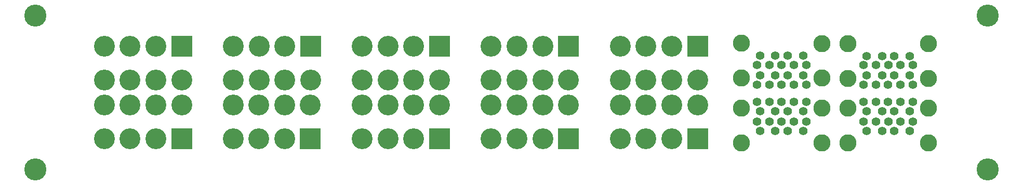
<source format=gbr>
G04 #@! TF.FileFunction,Soldermask,Top*
%FSLAX46Y46*%
G04 Gerber Fmt 4.6, Leading zero omitted, Abs format (unit mm)*
G04 Created by KiCad (PCBNEW 4.0.7) date 04/09/18 21:47:58*
%MOMM*%
%LPD*%
G01*
G04 APERTURE LIST*
%ADD10C,0.100000*%
%ADD11C,3.600000*%
%ADD12C,2.800000*%
%ADD13C,1.400000*%
%ADD14R,3.400000X3.400000*%
%ADD15C,3.400000*%
G04 APERTURE END LIST*
D10*
D11*
X225200000Y-90200000D03*
X70000000Y-90200000D03*
X70000000Y-115300000D03*
X225200000Y-115300000D03*
D12*
X202387200Y-110985300D03*
X202387200Y-105305300D03*
X215527200Y-105305300D03*
X215527200Y-110975300D03*
D13*
X212457200Y-108985300D03*
X205457200Y-108985300D03*
X207957200Y-108985300D03*
X209957200Y-108985300D03*
X212957200Y-107485300D03*
X210957200Y-107485300D03*
X208967200Y-107485300D03*
X206957200Y-107485300D03*
X204957200Y-107485300D03*
X205457200Y-105785300D03*
X207957200Y-105785300D03*
X209957200Y-105785300D03*
X212457200Y-105785300D03*
X212957200Y-104285300D03*
X210957200Y-104285300D03*
X208957200Y-104285300D03*
X206957200Y-104285300D03*
X204957200Y-104285300D03*
D12*
X202387200Y-94792800D03*
X202387200Y-100472800D03*
X215527200Y-100472800D03*
X215527200Y-94802800D03*
D13*
X212457200Y-96792800D03*
X205457200Y-96792800D03*
X207957200Y-96792800D03*
X209957200Y-96792800D03*
X212957200Y-98292800D03*
X210957200Y-98292800D03*
X208967200Y-98292800D03*
X206957200Y-98292800D03*
X204957200Y-98292800D03*
X205457200Y-99992800D03*
X207957200Y-99992800D03*
X209957200Y-99992800D03*
X212457200Y-99992800D03*
X212957200Y-101492800D03*
X210957200Y-101492800D03*
X208957200Y-101492800D03*
X206957200Y-101492800D03*
X204957200Y-101492800D03*
D12*
X185020700Y-110976800D03*
X185020700Y-105296800D03*
X198160700Y-105296800D03*
X198160700Y-110966800D03*
D13*
X195090700Y-108976800D03*
X188090700Y-108976800D03*
X190590700Y-108976800D03*
X192590700Y-108976800D03*
X195590700Y-107476800D03*
X193590700Y-107476800D03*
X191600700Y-107476800D03*
X189590700Y-107476800D03*
X187590700Y-107476800D03*
X188090700Y-105776800D03*
X190590700Y-105776800D03*
X192590700Y-105776800D03*
X195090700Y-105776800D03*
X195590700Y-104276800D03*
X193590700Y-104276800D03*
X191590700Y-104276800D03*
X189590700Y-104276800D03*
X187590700Y-104276800D03*
D12*
X185020700Y-94737800D03*
X185020700Y-100417800D03*
X198160700Y-100417800D03*
X198160700Y-94747800D03*
D13*
X195090700Y-96737800D03*
X188090700Y-96737800D03*
X190590700Y-96737800D03*
X192590700Y-96737800D03*
X195590700Y-98237800D03*
X193590700Y-98237800D03*
X191600700Y-98237800D03*
X189590700Y-98237800D03*
X187590700Y-98237800D03*
X188090700Y-99937800D03*
X190590700Y-99937800D03*
X192590700Y-99937800D03*
X195090700Y-99937800D03*
X195590700Y-101437800D03*
X193590700Y-101437800D03*
X191590700Y-101437800D03*
X189590700Y-101437800D03*
X187590700Y-101437800D03*
D14*
X93827600Y-110286800D03*
D15*
X89627600Y-110286800D03*
X85427600Y-110286800D03*
X81227600Y-110286800D03*
X93827600Y-104786800D03*
X89627600Y-104786800D03*
X85427600Y-104786800D03*
X81227600Y-104786800D03*
D14*
X93827600Y-95250000D03*
D15*
X89627600Y-95250000D03*
X85427600Y-95250000D03*
X81227600Y-95250000D03*
X93827600Y-100750000D03*
X89627600Y-100750000D03*
X85427600Y-100750000D03*
X81227600Y-100750000D03*
D14*
X114808000Y-110286800D03*
D15*
X110608000Y-110286800D03*
X106408000Y-110286800D03*
X102208000Y-110286800D03*
X114808000Y-104786800D03*
X110608000Y-104786800D03*
X106408000Y-104786800D03*
X102208000Y-104786800D03*
D14*
X114858800Y-95250000D03*
D15*
X110658800Y-95250000D03*
X106458800Y-95250000D03*
X102258800Y-95250000D03*
X114858800Y-100750000D03*
X110658800Y-100750000D03*
X106458800Y-100750000D03*
X102258800Y-100750000D03*
D14*
X135839200Y-110286800D03*
D15*
X131639200Y-110286800D03*
X127439200Y-110286800D03*
X123239200Y-110286800D03*
X135839200Y-104786800D03*
X131639200Y-104786800D03*
X127439200Y-104786800D03*
X123239200Y-104786800D03*
D14*
X135839200Y-95250000D03*
D15*
X131639200Y-95250000D03*
X127439200Y-95250000D03*
X123239200Y-95250000D03*
X135839200Y-100750000D03*
X131639200Y-100750000D03*
X127439200Y-100750000D03*
X123239200Y-100750000D03*
D14*
X156870400Y-110286800D03*
D15*
X152670400Y-110286800D03*
X148470400Y-110286800D03*
X144270400Y-110286800D03*
X156870400Y-104786800D03*
X152670400Y-104786800D03*
X148470400Y-104786800D03*
X144270400Y-104786800D03*
D14*
X156870400Y-95250000D03*
D15*
X152670400Y-95250000D03*
X148470400Y-95250000D03*
X144270400Y-95250000D03*
X156870400Y-100750000D03*
X152670400Y-100750000D03*
X148470400Y-100750000D03*
X144270400Y-100750000D03*
D14*
X177901600Y-110286800D03*
D15*
X173701600Y-110286800D03*
X169501600Y-110286800D03*
X165301600Y-110286800D03*
X177901600Y-104786800D03*
X173701600Y-104786800D03*
X169501600Y-104786800D03*
X165301600Y-104786800D03*
D14*
X177901600Y-95250000D03*
D15*
X173701600Y-95250000D03*
X169501600Y-95250000D03*
X165301600Y-95250000D03*
X177901600Y-100750000D03*
X173701600Y-100750000D03*
X169501600Y-100750000D03*
X165301600Y-100750000D03*
M02*

</source>
